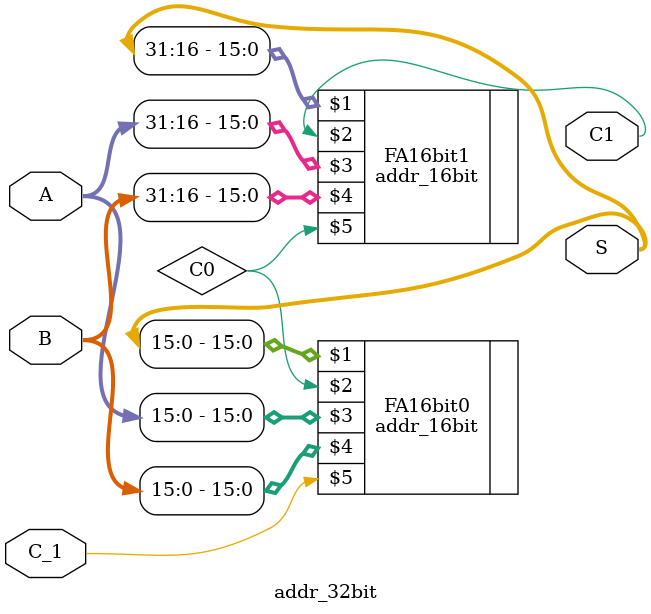
<source format=v>
`timescale 1ns / 1ps


module addr_32bit(S, C1, A, B, C_1);
    input [31:0] A, B;   //32位被加数A和B
    input C_1;  //最低位的进位信号
    output [31:0] S; //32位和
    output C1;  //向最高位和=的进位信号
    wire C0;

    addr_16bit FA16bit0(S[15:0], C0, A[15:0], B[15:0], C_1), //调用16位全加器
             FA16bit1(S[31:16], C1, A[31:16], B[31:16], C0);
    
endmodule

</source>
